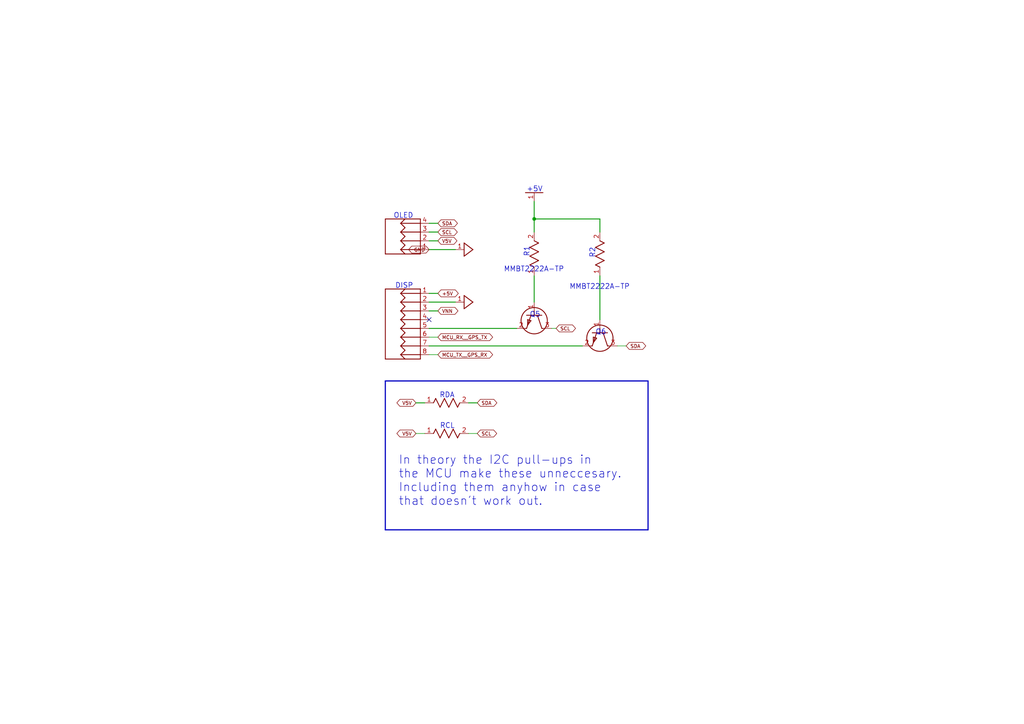
<source format=kicad_sch>
(kicad_sch (version 20231120) (generator "eeschema") (generator_version "8.0")
  (paper "A4")
  (lib_symbols
    (symbol "Clock Controller-eagle-import:+5V" (power)
      (symbol "+5V_1_0"
        (polyline (pts (xy -2.54 0) (xy 2.54 0)) (stroke (width 0.25)))
        (pin power_in line (at 0 -2.54 90) (length 2.54) (name "+5V") (number "1"))
      )
    )
    (symbol "Clock Controller-eagle-import:GND_DIGITAL" (power)
      (symbol "GND_DIGITAL_1_0"
        (polyline (pts (xy -1.905 1.27) (xy 0 -1.27)) (stroke (width 0.25)))
        (polyline (pts (xy -1.905 1.27) (xy 1.905 1.27)) (stroke (width 0.25)))
        (polyline (pts (xy 0 -1.27) (xy 1.905 1.27)) (stroke (width 0.25)))
        (pin power_in line (at 0 3.81 270) (length 2.54) (name "GNDD") (number "1"))
      )
    )
    (symbol "Clock Controller-eagle-import:GND_DIGITAL_3" (power)
      (symbol "GND_DIGITAL_3_1_0"
        (polyline (pts (xy 0 -1.27) (xy -1.905 1.27)) (stroke (width 0.25)))
        (polyline (pts (xy 1.905 1.27) (xy -1.905 1.27)) (stroke (width 0.25)))
        (polyline (pts (xy 1.905 1.27) (xy 0 -1.27)) (stroke (width 0.25)))
        (pin power_in line (at 0 3.81 270) (length 2.54) (name "GNDD") (number "1"))
      )
    )
    (symbol "Clock Controller-eagle-import:HDR-1X4"
      (symbol "HDR-1X4_1_0"
        (polyline (pts (xy -5.08 -5.08) (xy -5.08 5.08)) (stroke (width 0.25)))
        (polyline (pts (xy -5.08 5.08) (xy 5.08 5.08)) (stroke (width 0.25)))
        (polyline (pts (xy -0.635 -3.81) (xy 0.635 -5.08)) (stroke (width 0.25)))
        (polyline (pts (xy -0.635 -3.81) (xy 0.635 -2.54)) (stroke (width 0.25)))
        (polyline (pts (xy -0.635 -3.81) (xy 5.08 -3.81)) (stroke (width 0.25)))
        (polyline (pts (xy -0.635 -1.27) (xy 0.635 -2.54)) (stroke (width 0.25)))
        (polyline (pts (xy -0.635 -1.27) (xy 0.635 0)) (stroke (width 0.25)))
        (polyline (pts (xy -0.635 -1.27) (xy 5.08 -1.27)) (stroke (width 0.25)))
        (polyline (pts (xy -0.635 1.27) (xy 0.635 0)) (stroke (width 0.25)))
        (polyline (pts (xy -0.635 1.27) (xy 0.635 2.54)) (stroke (width 0.25)))
        (polyline (pts (xy -0.635 1.27) (xy 5.08 1.27)) (stroke (width 0.25)))
        (polyline (pts (xy -0.635 3.81) (xy 0.635 2.54)) (stroke (width 0.25)))
        (polyline (pts (xy -0.635 3.81) (xy 0.635 5.08)) (stroke (width 0.25)))
        (polyline (pts (xy -0.635 3.81) (xy 5.08 3.81)) (stroke (width 0.25)))
        (polyline (pts (xy 5.08 -5.08) (xy -5.08 -5.08)) (stroke (width 0.25)))
        (polyline (pts (xy 5.08 5.08) (xy 5.08 -5.08)) (stroke (width 0.25)))
        (pin passive line (at 7.62 -3.81 180) (length 2.54) (name "P1") (number "1"))
        (pin passive line (at 7.62 -1.27 180) (length 2.54) (name "P2") (number "2"))
        (pin passive line (at 7.62 1.27 180) (length 2.54) (name "P3") (number "3"))
        (pin passive line (at 7.62 3.81 180) (length 2.54) (name "P4") (number "4"))
      )
    )
    (symbol "Clock Controller-eagle-import:HDR-2X4"
      (symbol "HDR-2X4_1_0"
        (polyline (pts (xy -5.08 -10.16) (xy -5.08 10.16)) (stroke (width 0.25)))
        (polyline (pts (xy -5.08 10.16) (xy 5.08 10.16)) (stroke (width 0.25)))
        (polyline (pts (xy -0.635 -8.89) (xy 0.635 -10.16)) (stroke (width 0.25)))
        (polyline (pts (xy -0.635 -8.89) (xy 0.635 -7.62)) (stroke (width 0.25)))
        (polyline (pts (xy -0.635 -8.89) (xy 5.08 -8.89)) (stroke (width 0.25)))
        (polyline (pts (xy -0.635 -6.35) (xy 0.635 -7.62)) (stroke (width 0.25)))
        (polyline (pts (xy -0.635 -6.35) (xy 0.635 -5.08)) (stroke (width 0.25)))
        (polyline (pts (xy -0.635 -6.35) (xy 5.08 -6.35)) (stroke (width 0.25)))
        (polyline (pts (xy -0.635 -3.81) (xy 0.635 -5.08)) (stroke (width 0.25)))
        (polyline (pts (xy -0.635 -3.81) (xy 0.635 -2.54)) (stroke (width 0.25)))
        (polyline (pts (xy -0.635 -3.81) (xy 5.08 -3.81)) (stroke (width 0.25)))
        (polyline (pts (xy -0.635 -1.27) (xy 0.635 -2.54)) (stroke (width 0.25)))
        (polyline (pts (xy -0.635 -1.27) (xy 0.635 0)) (stroke (width 0.25)))
        (polyline (pts (xy -0.635 -1.27) (xy 5.08 -1.27)) (stroke (width 0.25)))
        (polyline (pts (xy -0.635 1.27) (xy 0.635 0)) (stroke (width 0.25)))
        (polyline (pts (xy -0.635 1.27) (xy 0.635 2.54)) (stroke (width 0.25)))
        (polyline (pts (xy -0.635 1.27) (xy 5.08 1.27)) (stroke (width 0.25)))
        (polyline (pts (xy -0.635 3.81) (xy 0.635 2.54)) (stroke (width 0.25)))
        (polyline (pts (xy -0.635 3.81) (xy 0.635 5.08)) (stroke (width 0.25)))
        (polyline (pts (xy -0.635 3.81) (xy 5.08 3.81)) (stroke (width 0.25)))
        (polyline (pts (xy -0.635 6.35) (xy 0.635 5.08)) (stroke (width 0.25)))
        (polyline (pts (xy -0.635 6.35) (xy 0.635 7.62)) (stroke (width 0.25)))
        (polyline (pts (xy -0.635 6.35) (xy 5.08 6.35)) (stroke (width 0.25)))
        (polyline (pts (xy -0.635 8.89) (xy 0.635 7.62)) (stroke (width 0.25)))
        (polyline (pts (xy -0.635 8.89) (xy 0.635 10.16)) (stroke (width 0.25)))
        (polyline (pts (xy -0.635 8.89) (xy 5.08 8.89)) (stroke (width 0.25)))
        (polyline (pts (xy 5.08 -10.16) (xy -5.08 -10.16)) (stroke (width 0.25)))
        (polyline (pts (xy 5.08 10.16) (xy 5.08 -10.16)) (stroke (width 0.25)))
        (pin passive line (at 7.62 8.89 180) (length 2.54) (name "P1") (number "1"))
        (pin passive line (at 7.62 6.35 180) (length 2.54) (name "P2") (number "2"))
        (pin passive line (at 7.62 3.81 180) (length 2.54) (name "P3") (number "3"))
        (pin passive line (at 7.62 1.27 180) (length 2.54) (name "P4") (number "4"))
        (pin passive line (at 7.62 -1.27 180) (length 2.54) (name "P5") (number "5"))
        (pin passive line (at 7.62 -3.81 180) (length 2.54) (name "P6") (number "6"))
        (pin passive line (at 7.62 -6.35 180) (length 2.54) (name "P7") (number "7"))
        (pin passive line (at 7.62 -8.89 180) (length 2.54) (name "P8") (number "8"))
      )
    )
    (symbol "Clock Controller-eagle-import:MMBT2222A-TP"
      (symbol "MMBT2222A-TP_1_0"
        (polyline (pts (xy 3.505 0) (xy 4.775 0)) (stroke (width 0.25)))
        (polyline (pts (xy 4.775 -2.21) (xy 4.775 2.21)) (stroke (width 0.25)))
        (polyline (pts (xy 4.775 -0.94) (xy 8.585 -2.21)) (stroke (width 0.25)))
        (polyline (pts (xy 4.775 0.94) (xy 8.585 2.21)) (stroke (width 0.25)))
        (polyline (pts (xy 6.045 -1.905) (xy 6.35 -0.94)) (stroke (width 0.25)))
        (polyline (pts (xy 6.35 -0.94) (xy 7.62 -1.905)) (stroke (width 0.25)))
        (polyline (pts (xy 7.62 -1.905) (xy 6.045 -1.905)) (stroke (width 0.25)))
        (polyline (pts (xy 8.585 -2.54) (xy 8.585 -2.21)) (stroke (width 0.25)))
        (polyline (pts (xy 8.585 2.21) (xy 8.585 2.54)) (stroke (width 0.25)))
        (circle (center 6.35 0) (radius 3.81) (stroke (width 0.254)))
        (pin passive line (at 0.965 0 0) (length 2.54) (name "B") (number "1"))
        (pin passive line (at 8.585 -5.08 90) (length 2.54) (name "E") (number "2"))
        (pin passive line (at 8.585 5.08 270) (length 2.54) (name "C") (number "3"))
      )
    )
    (symbol "Clock Controller-eagle-import:RES_0805"
      (symbol "RES_0805_1_0"
        (polyline (pts (xy -3.81 0) (xy -3.175 1.27)) (stroke (width 0.25)))
        (polyline (pts (xy -3.175 1.27) (xy -1.905 -1.27)) (stroke (width 0.25)))
        (polyline (pts (xy -1.905 -1.27) (xy -0.635 1.27)) (stroke (width 0.25)))
        (polyline (pts (xy -0.635 1.27) (xy 0.635 -1.27)) (stroke (width 0.25)))
        (polyline (pts (xy 0.635 -1.27) (xy 1.905 1.27)) (stroke (width 0.25)))
        (polyline (pts (xy 1.905 1.27) (xy 3.175 -1.27)) (stroke (width 0.25)))
        (polyline (pts (xy 3.175 -1.27) (xy 3.81 0)) (stroke (width 0.25)))
        (pin passive line (at -6.35 0 0) (length 2.54) (name "1") (number "1"))
        (pin passive line (at 6.35 0 180) (length 2.54) (name "2") (number "2"))
      )
    )
    (symbol "Clock Controller-eagle-import:RES_1206"
      (symbol "RES_1206_1_0"
        (polyline (pts (xy -3.81 0) (xy -3.175 1.27)) (stroke (width 0.25)))
        (polyline (pts (xy -3.175 1.27) (xy -1.905 -1.27)) (stroke (width 0.25)))
        (polyline (pts (xy -1.905 -1.27) (xy -0.635 1.27)) (stroke (width 0.25)))
        (polyline (pts (xy -0.635 1.27) (xy 0.635 -1.27)) (stroke (width 0.25)))
        (polyline (pts (xy 0.635 -1.27) (xy 1.905 1.27)) (stroke (width 0.25)))
        (polyline (pts (xy 1.905 1.27) (xy 3.175 -1.27)) (stroke (width 0.25)))
        (polyline (pts (xy 3.175 -1.27) (xy 3.81 0)) (stroke (width 0.25)))
        (pin passive line (at -6.35 0 0) (length 2.54) (name "1") (number "1"))
        (pin passive line (at 6.35 0 180) (length 2.54) (name "2") (number "2"))
      )
    )
  )
  (junction (at 154.94 63.5))
  (no_connect (at 124.46 92.71))
  (wire (pts (xy 138.43 125.73) (xy 135.89 125.73)))
  (wire (pts (xy 173.99 63.5) (xy 173.99 67.31)) (stroke (width 0.25)))
  (wire (pts (xy 154.94 58.42) (xy 154.94 63.5)) (stroke (width 0.25)))
  (wire (pts (xy 124.46 69.85) (xy 127 69.85)) (stroke (width 0.25)))
  (wire (pts (xy 127 97.79) (xy 124.46 97.79)))
  (wire (pts (xy 124.46 102.87) (xy 127 102.87)))
  (wire (pts (xy 124.46 85.09) (xy 127 85.09)) (stroke (width 0.25)))
  (wire (pts (xy 120.65 125.73) (xy 123.19 125.73)))
  (wire (pts (xy 161.29 95.25) (xy 160.02 95.25)))
  (wire (pts (xy 120.65 116.84) (xy 123.19 116.84)) (stroke (width 0.25)))
  (wire (pts (xy 154.94 67.31) (xy 154.94 63.5)) (stroke (width 0.25)))
  (wire (pts (xy 135.89 116.84) (xy 138.43 116.84)) (stroke (width 0.25)))
  (wire (pts (xy 154.94 63.5) (xy 173.99 63.5)) (stroke (width 0.25)))
  (wire (pts (xy 124.46 64.77) (xy 127 64.77)) (stroke (width 0.25)))
  (wire (pts (xy 154.94 80.01) (xy 154.94 87.63)) (stroke (width 0.25)))
  (wire (pts (xy 124.46 100.33) (xy 168.91 100.33)) (stroke (width 0.25)))
  (wire (pts (xy 124.46 72.39) (xy 132.08 72.39)) (stroke (width 0.25)))
  (wire (pts (xy 173.99 80.01) (xy 173.99 92.71)) (stroke (width 0.25)))
  (polyline (pts (xy 111.76 153.67) (xy 111.76 110.49)) (stroke (width 0.333) (type solid)))
  (polyline (pts (xy 111.76 110.49) (xy 187.96 110.49)) (stroke (width 0.333) (type solid)))
  (wire (pts (xy 124.46 67.31) (xy 127 67.31)) (stroke (width 0.25)))
  (wire (pts (xy 149.86 95.25) (xy 124.46 95.25)) (stroke (width 0.25)))
  (polyline (pts (xy 187.96 153.67) (xy 111.76 153.67)) (stroke (width 0.333) (type solid)))
  (wire (pts (xy 124.46 87.63) (xy 132.08 87.63)) (stroke (width 0.25)))
  (wire (pts (xy 181.61 100.33) (xy 179.07 100.33)))
  (polyline (pts (xy 187.96 110.49) (xy 187.96 153.67)) (stroke (width 0.333) (type solid)))
  (wire (pts (xy 124.46 90.17) (xy 127 90.17)) (stroke (width 0.25)))
  (text "In theory the I2C pull-ups in\nthe MCU make these unneccesary.\nIncluding them anyhow in case\nthat doesn't work out." (at 115.57 132.08 0) (effects (font (size 2.467 2.467)) (justify left top)))
  (text "R2" (at 172.72 74.916 90) (effects (font (size 1.48 1.48)) (justify left bottom)))
  (text "DISP" (at 114.603 83.82 0) (effects (font (size 1.48 1.48)) (justify left bottom)))
  (text "R1" (at 153.67 74.589 90) (effects (font (size 1.48 1.48)) (justify left bottom)))
  (text "RCL" (at 127.575 124.46 0) (effects (font (size 1.48 1.48)) (justify left bottom)))
  (text "Q5" (at 153.611 90.475 0) (effects (font (size 1.48 1.48)) (justify left top)))
  (text "Q6" (at 172.698 95.555 0) (effects (font (size 1.48 1.48)) (justify left top)))
  (text "OLED" (at 114.13 63.5 0) (effects (font (size 1.48 1.48)) (justify left bottom)))
  (text "+5V" (at 152.72 55.82 0) (effects (font (size 1.48 1.48)) (justify left bottom)))
  (text "RDA" (at 127.465 115.57 0) (effects (font (size 1.48 1.48)) (justify left bottom)))
  (text "MMBT2222A-TP" (at 146.098 79.045 0) (effects (font (size 1.48 1.48)) (justify left bottom)))
  (text "MMBT2222A-TP" (at 165.148 84.125 0) (effects (font (size 1.48 1.48)) (justify left bottom)))
  (global_label "GND" (shape bidirectional) (at 124.46 72.39 180) (effects (font (size 1.016 1.016))) (property "Intersheetrefs" "${INTERSHEET_REFS}" (effects (hide yes))))
  (global_label "SDA" (shape bidirectional) (at 138.43 116.84 0) (effects (font (size 1.016 1.016))) (property "Intersheetrefs" "${INTERSHEET_REFS}" (effects (hide yes))))
  (global_label "SDA" (shape bidirectional) (at 181.61 100.33 0) (effects (font (size 1.016 1.016))) (property "Intersheetrefs" "${INTERSHEET_REFS}" (effects (hide yes))))
  (global_label "V5V" (shape bidirectional) (at 120.65 125.73 180) (effects (font (size 1.016 1.016))) (property "Intersheetrefs" "${INTERSHEET_REFS}" (effects (hide yes))))
  (global_label "SCL" (shape bidirectional) (at 138.43 125.73 0) (effects (font (size 1.016 1.016))) (property "Intersheetrefs" "${INTERSHEET_REFS}" (effects (hide yes))))
  (global_label "VNN" (shape bidirectional) (at 127 90.17 0) (effects (font (size 1.016 1.016))) (property "Intersheetrefs" "${INTERSHEET_REFS}" (effects (hide yes))))
  (global_label "V5V" (shape bidirectional) (at 127 69.85 0) (effects (font (size 1.016 1.016))) (property "Intersheetrefs" "${INTERSHEET_REFS}" (effects (hide yes))))
  (global_label "MCU_TX__GPS_RX" (shape bidirectional) (at 127 102.87 0) (effects (font (size 1.016 1.016))) (property "Intersheetrefs" "${INTERSHEET_REFS}" (effects (hide yes))))
  (global_label "SCL" (shape bidirectional) (at 161.29 95.25 0) (effects (font (size 1.016 1.016))) (property "Intersheetrefs" "${INTERSHEET_REFS}" (effects (hide yes))))
  (global_label "SDA" (shape bidirectional) (at 127 64.77 0) (effects (font (size 1.016 1.016))) (property "Intersheetrefs" "${INTERSHEET_REFS}" (effects (hide yes))))
  (global_label "+5V" (shape bidirectional) (at 127 85.09 0) (effects (font (size 1.016 1.016))) (property "Intersheetrefs" "${INTERSHEET_REFS}" (effects (hide yes))))
  (global_label "V5V" (shape bidirectional) (at 120.65 116.84 180) (effects (font (size 1.016 1.016))) (property "Intersheetrefs" "${INTERSHEET_REFS}" (effects (hide yes))))
  (global_label "MCU_RX__GPS_TX" (shape bidirectional) (at 127 97.79 0) (effects (font (size 1.016 1.016))) (property "Intersheetrefs" "${INTERSHEET_REFS}" (effects (hide yes))))
  (global_label "SCL" (shape bidirectional) (at 127 67.31 0) (effects (font (size 1.016 1.016))) (property "Intersheetrefs" "${INTERSHEET_REFS}" (effects (hide yes))))
  (symbol (lib_id "Clock Controller-eagle-import:RES_0805") (at 129.54 116.84 0) (unit 1)
    (property "Reference" "RDA0" (effects (hide yes)))
    (property "Value" "0" (effects (hide yes)))
    (property "Footprint" "Clock Controller:RES_0805" (effects (hide yes)))
  )
  (symbol (lib_id "Clock Controller-eagle-import:HDR-2X4") (at 116.84 93.98 0) (unit 1)
    (property "Reference" "DISP0" (effects (hide yes)))
    (property "Value" "HDR-2X4" (effects (hide yes)))
    (property "Footprint" "Clock Controller:HDR-2X4" (effects (hide yes)))
  )
  (symbol (lib_id "Clock Controller-eagle-import:RES_0805") (at 129.54 125.73 0) (unit 1)
    (property "Reference" "RCL0" (effects (hide yes)))
    (property "Value" "0" (effects (hide yes)))
    (property "Footprint" "Clock Controller:RES_0805" (effects (hide yes)))
  )
  (symbol (lib_id "Clock Controller-eagle-import:RES_1206") (at 154.94 73.66 90) (unit 1)
    (property "Reference" "R1" (effects (hide yes)))
    (property "Value" "2.2k" (effects (hide yes)))
    (property "Footprint" "Clock Controller:RES_1206" (effects (hide yes)))
  )
  (symbol (lib_id "Clock Controller-eagle-import:GND_DIGITAL_3") (at 135.89 72.39 90) (unit 1)
    (property "Reference" "#NetPort03" (effects (hide yes)))
    (property "Value" "GND_DIGITAL_3" (effects (hide yes)))
  )
  (symbol (lib_id "Clock Controller-eagle-import:MMBT2222A-TP") (at 173.99 91.745 270) (unit 1)
    (property "Reference" "Q6" (effects (hide yes)))
    (property "Value" "MMBT2222A-TP" (effects (hide yes)))
    (property "Footprint" "Clock Controller:SOT23-3P95_240X110L43X44N" (effects (hide yes)))
  )
  (symbol (lib_id "Clock Controller-eagle-import:GND_DIGITAL") (at 135.89 87.63 90) (unit 1)
    (property "Reference" "#NetPort010" (effects (hide yes)))
    (property "Value" "GND_DIGITAL" (effects (hide yes)))
  )
  (symbol (lib_id "Clock Controller-eagle-import:HDR-1X4") (at 116.84 68.58 0) (unit 1)
    (property "Reference" "OLED0" (effects (hide yes)))
    (property "Value" "HDR-1X4" (effects (hide yes)))
    (property "Footprint" "Clock Controller:HDR-1X4" (effects (hide yes)))
  )
  (symbol (lib_id "Clock Controller-eagle-import:+5V") (at 154.94 55.88 0) (unit 1)
    (property "Reference" "#NetPort030" (effects (hide yes)))
    (property "Value" "+5V" (effects (hide yes)))
  )
  (symbol (lib_id "Clock Controller-eagle-import:MMBT2222A-TP") (at 154.94 86.665 270) (unit 1)
    (property "Reference" "Q5" (effects (hide yes)))
    (property "Value" "MMBT2222A-TP" (effects (hide yes)))
    (property "Footprint" "Clock Controller:SOT23-3P95_240X110L43X44N" (effects (hide yes)))
  )
  (symbol (lib_id "Clock Controller-eagle-import:RES_1206") (at 173.99 73.66 90) (unit 1)
    (property "Reference" "R2" (effects (hide yes)))
    (property "Value" "2.2k" (effects (hide yes)))
    (property "Footprint" "Clock Controller:RES_1206" (effects (hide yes)))
  )
)
</source>
